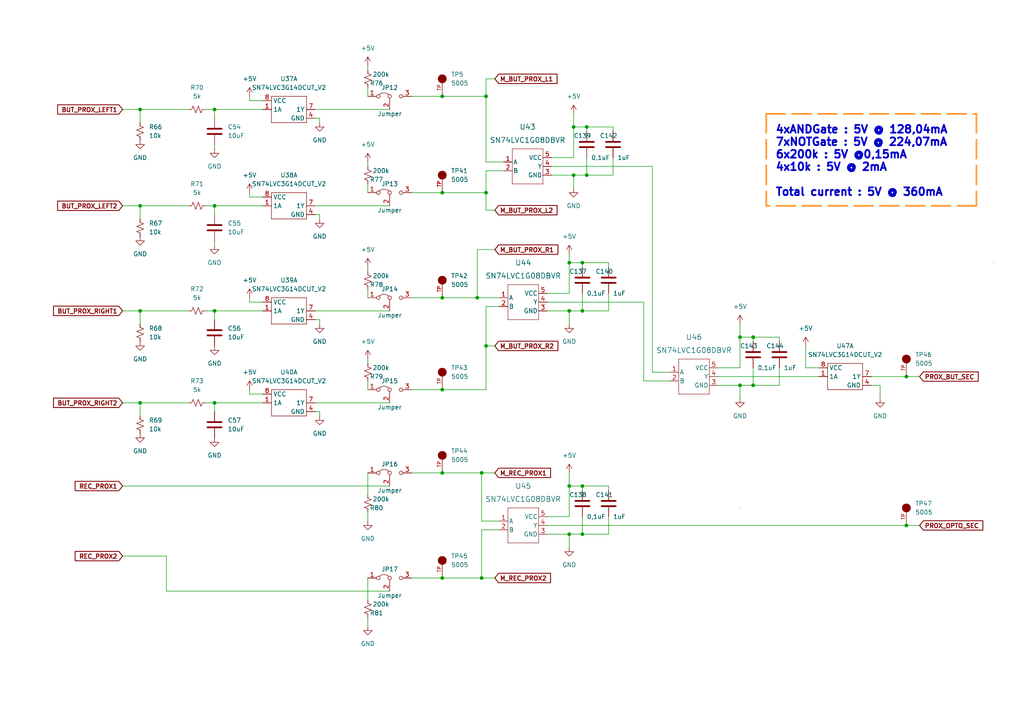
<source format=kicad_sch>
(kicad_sch (version 20211123) (generator eeschema)
  (paper "A4")
  (lib_symbols
    (symbol "Device:C" (pin_numbers hide) (pin_names (offset 0.254))
      (property "Reference" "C" (at 0.635 2.54 0))
      (property "Value" "C" (at 0.635 -2.54 0))
      (symbol "C_0_1"
        (polyline (pts (xy -2.032 -0.762) (xy 2.032 -0.762)) (stroke (width 0.508)))
        (polyline (pts (xy -2.032 0.762) (xy 2.032 0.762)) (stroke (width 0.508)))
      )
      (symbol "C_1_1"
        (pin passive line (at 0 3.81 270) (length 2.794) (name "~") (number "1"))
        (pin passive line (at 0 -3.81 90) (length 2.794) (name "~") (number "2"))
      )
    )
    (symbol "Device:R_Small_US" (pin_numbers hide) (pin_names (offset 0.254) hide)
      (property "Reference" "R" (at 0.762 0.508 0))
      (property "Value" "R_Small_US" (at 0.762 -1.016 0))
      (symbol "R_Small_US_1_1"
        (polyline (pts (xy 0 0) (xy 1.016 -0.381) (xy 0 -0.762) (xy -1.016 -1.143) (xy 0 -1.524)))
        (polyline (pts (xy 0 1.524) (xy 1.016 1.143) (xy 0 0.762) (xy -1.016 0.381) (xy 0 0)))
        (pin passive line (at 0 2.54 270) (length 1.016) (name "~") (number "1"))
        (pin passive line (at 0 -2.54 90) (length 1.016) (name "~") (number "2"))
      )
    )
    (symbol "Jumper:Jumper_3_Bridged12" (pin_names (offset 0) hide)
      (property "Reference" "JP" (at -2.54 -2.54 0))
      (property "Value" "Jumper_3_Bridged12" (at 0 2.794 0))
      (symbol "Jumper_3_Bridged12_0_0"
        (circle (center -3.302 0) (radius 0.508))
        (circle (center 0 0) (radius 0.508))
        (circle (center 3.302 0) (radius 0.508))
      )
      (symbol "Jumper_3_Bridged12_0_1"
        (arc (start -0.254 0.508) (mid -1.651 0.9912) (end -3.048 0.508))
        (polyline (pts (xy 0 -1.27) (xy 0 -0.508)))
      )
      (symbol "Jumper_3_Bridged12_1_1"
        (pin passive line (at -6.35 0 0) (length 2.54) (name "A") (number "1"))
        (pin passive line (at 0 -3.81 90) (length 2.54) (name "C") (number "2"))
        (pin passive line (at 6.35 0 180) (length 2.54) (name "B") (number "3"))
      )
    )
    (symbol "SymLib:5005" (pin_names (offset 1.016))
      (property "Reference" "TP" (at -2.54 2.54 0))
      (property "Value" "5005" (at -2.54 -3.81 0))
      (symbol "5005_0_0"
        (circle (center 0 0) (radius 0.635) (stroke (width 1.27)))
        (pin passive line (at -5.08 0 0) (length 5.08) (name "~") (number "TP"))
      )
    )
    (symbol "SymLib:SN74LVC1G08DBVR" (pin_names (offset 0.254))
      (property "Reference" "U" (at 25.4 10.16 0))
      (property "Value" "SN74LVC1G08DBVR" (at 25.4 7.62 0))
      (symbol "SN74LVC1G08DBVR_0_1"
        (polyline (pts (xy 20.32 -7.62) (xy 29.21 -7.62)) (stroke (width 0.127)))
        (polyline (pts (xy 20.32 2.54) (xy 20.32 -7.62)) (stroke (width 0.127)))
        (polyline (pts (xy 29.21 -7.62) (xy 29.21 2.54)) (stroke (width 0.127)))
        (polyline (pts (xy 29.21 2.54) (xy 20.32 2.54)) (stroke (width 0.127)))
        (pin input line (at 17.78 -1.27 0) (length 2.54) (name "A") (number "1"))
        (pin input line (at 17.78 -3.81 0) (length 2.54) (name "B") (number "2"))
        (pin power_in line (at 31.75 -5.08 180) (length 2.54) (name "GND") (number "3"))
        (pin output line (at 31.75 -2.54 180) (length 2.54) (name "Y") (number "4"))
        (pin power_in line (at 31.75 0 180) (length 2.54) (name "VCC") (number "5"))
      )
    )
    (symbol "SymLib:SN74LVC3G14DCUT_V2"
      (property "Reference" "U" (at -3.81 5.08 0))
      (property "Value" "SN74LVC3G14DCUT_V2" (at 0 -5.08 0))
      (symbol "SN74LVC3G14DCUT_V2_0_1"
        (rectangle (start -5.08 -3.81) (end 5.08 -3.81))
        (rectangle (start -5.08 3.81) (end -5.08 -3.81))
        (rectangle (start -5.08 3.81) (end 5.08 3.81))
        (rectangle (start 5.08 3.81) (end 5.08 -3.81))
      )
      (symbol "SN74LVC3G14DCUT_V2_1_1"
        (pin bidirectional line (at -7.62 0 0) (length 2.54) (name "1A") (number "1"))
        (pin bidirectional line (at 7.62 -2.54 180) (length 2.54) (name "GND") (number "4"))
        (pin output line (at 7.62 0 180) (length 2.54) (name "1Y") (number "7"))
        (pin bidirectional line (at -7.62 2.54 0) (length 2.54) (name "VCC") (number "8"))
      )
      (symbol "SN74LVC3G14DCUT_V2_2_1"
        (pin bidirectional line (at -7.62 0 0) (length 2.54) (name "2A") (number "3"))
        (pin output line (at 7.62 0 180) (length 2.54) (name "2Y") (number "5"))
      )
      (symbol "SN74LVC3G14DCUT_V2_3_1"
        (pin output line (at 7.62 0 180) (length 2.54) (name "3Y") (number "2"))
        (pin bidirectional line (at -7.62 0 0) (length 2.54) (name "3A") (number "6"))
      )
    )
    (symbol "power:+5V" (power) (pin_names (offset 0))
      (property "Value" "+5V" (at 0 3.556 0))
      (symbol "+5V_0_1"
        (polyline (pts (xy -0.762 1.27) (xy 0 2.54)))
        (polyline (pts (xy 0 0) (xy 0 2.54)))
        (polyline (pts (xy 0 2.54) (xy 0.762 1.27)))
      )
      (symbol "+5V_1_1"
        (pin power_in line (at 0 0 90) (length 0) hide (name "+5V") (number "1"))
      )
    )
    (symbol "power:GND" (power) (pin_names (offset 0))
      (property "Value" "GND" (at 0 -3.81 0))
      (symbol "GND_0_1"
        (polyline (pts (xy 0 0) (xy 0 -1.27) (xy 1.27 -1.27) (xy 0 -2.54) (xy -1.27 -1.27) (xy 0 -1.27)))
      )
      (symbol "GND_1_1"
        (pin power_in line (at 0 0 270) (length 0) hide (name "GND") (number "1"))
      )
    )
  )
  (junction (at 168.91 76.2))
  (junction (at 218.44 97.79))
  (junction (at 218.44 111.76))
  (junction (at 128.27 55.88))
  (junction (at 170.18 36.83))
  (junction (at 40.64 31.75))
  (junction (at 168.91 140.97))
  (junction (at 128.27 137.16))
  (junction (at 139.7 167.64))
  (junction (at 62.23 31.75))
  (junction (at 138.43 86.36))
  (junction (at 166.37 36.83))
  (junction (at 165.1 90.17))
  (junction (at 40.64 116.84))
  (junction (at 62.23 59.69))
  (junction (at 140.97 100.33))
  (junction (at 62.23 116.84))
  (junction (at 128.27 27.94))
  (junction (at 40.64 59.69))
  (junction (at 168.91 90.17))
  (junction (at 128.27 86.36))
  (junction (at 40.64 90.17))
  (junction (at 128.27 167.64))
  (junction (at 214.63 97.79))
  (junction (at 166.37 50.8))
  (junction (at 262.89 152.4))
  (junction (at 165.1 140.97))
  (junction (at 262.89 109.22))
  (junction (at 170.18 50.8))
  (junction (at 128.27 113.03))
  (junction (at 140.97 55.88))
  (junction (at 165.1 76.2))
  (junction (at 139.7 137.16))
  (junction (at 165.1 154.94))
  (junction (at 168.91 154.94))
  (junction (at 140.97 27.94))
  (junction (at 214.63 111.76))
  (junction (at 62.23 90.17))
  (wire (pts (xy 35.56 31.75) (xy 40.64 31.75)))
  (wire (pts (xy 177.8 36.83) (xy 170.18 36.83)))
  (wire (pts (xy 140.97 55.88) (xy 128.27 55.88)))
  (wire (pts (xy 170.18 45.72) (xy 170.18 50.8)))
  (polyline (pts (xy 288.29 76.2) (xy 288.29 76.2)))
  (wire (pts (xy 128.27 137.16) (xy 119.38 137.16)))
  (wire (pts (xy 62.23 59.69) (xy 76.2 59.69)))
  (wire (pts (xy 168.91 142.24) (xy 168.91 140.97)))
  (wire (pts (xy 139.7 153.67) (xy 139.7 167.64)))
  (wire (pts (xy 139.7 137.16) (xy 143.51 137.16)))
  (wire (pts (xy 252.73 109.22) (xy 262.89 109.22)))
  (wire (pts (xy 218.44 111.76) (xy 226.06 111.76)))
  (wire (pts (xy 160.02 48.26) (xy 189.23 48.26)))
  (wire (pts (xy 143.51 72.39) (xy 138.43 72.39)))
  (wire (pts (xy 158.75 152.4) (xy 262.89 152.4)))
  (wire (pts (xy 106.68 20.32) (xy 106.68 19.05)))
  (wire (pts (xy 91.44 62.23) (xy 92.71 62.23)))
  (wire (pts (xy 226.06 106.68) (xy 226.06 111.76)))
  (wire (pts (xy 208.28 106.68) (xy 214.63 106.68)))
  (wire (pts (xy 62.23 116.84) (xy 62.23 119.38)))
  (wire (pts (xy 119.38 113.03) (xy 128.27 113.03)))
  (wire (pts (xy 106.68 110.49) (xy 106.68 113.03)))
  (wire (pts (xy 170.18 50.8) (xy 166.37 50.8)))
  (wire (pts (xy 62.23 31.75) (xy 59.69 31.75)))
  (wire (pts (xy 176.53 77.47) (xy 176.53 76.2)))
  (polyline (pts (xy 214.63 147.32) (xy 214.63 147.32)))
  (wire (pts (xy 168.91 154.94) (xy 165.1 154.94)))
  (wire (pts (xy 48.26 171.45) (xy 113.03 171.45)))
  (wire (pts (xy 128.27 27.94) (xy 119.38 27.94)))
  (wire (pts (xy 140.97 22.86) (xy 140.97 27.94)))
  (wire (pts (xy 144.78 88.9) (xy 140.97 88.9)))
  (wire (pts (xy 91.44 92.71) (xy 92.71 92.71)))
  (wire (pts (xy 140.97 46.99) (xy 146.05 46.99)))
  (wire (pts (xy 40.64 90.17) (xy 40.64 93.98)))
  (wire (pts (xy 189.23 107.95) (xy 194.31 107.95)))
  (wire (pts (xy 59.69 90.17) (xy 62.23 90.17)))
  (wire (pts (xy 62.23 69.85) (xy 62.23 71.12)))
  (wire (pts (xy 208.28 111.76) (xy 214.63 111.76)))
  (wire (pts (xy 72.39 29.21) (xy 72.39 27.94)))
  (wire (pts (xy 62.23 116.84) (xy 76.2 116.84)))
  (wire (pts (xy 165.1 137.16) (xy 165.1 140.97)))
  (wire (pts (xy 140.97 88.9) (xy 140.97 100.33)))
  (polyline (pts (xy 283.21 59.69) (xy 222.25 59.69)) (stroke (width 0.5) (type dash) (color 255 148 44 1)))
  (wire (pts (xy 92.71 120.65) (xy 92.71 119.38)))
  (wire (pts (xy 166.37 36.83) (xy 166.37 45.72)))
  (wire (pts (xy 106.68 148.59) (xy 106.68 151.13)))
  (wire (pts (xy 176.53 149.86) (xy 176.53 154.94)))
  (wire (pts (xy 226.06 99.06) (xy 226.06 97.79)))
  (wire (pts (xy 92.71 35.56) (xy 92.71 34.29)))
  (polyline (pts (xy 222.25 33.02) (xy 283.21 33.02)) (stroke (width 0.5) (type dash) (color 255 148 44 1)))
  (wire (pts (xy 35.56 161.29) (xy 48.26 161.29)))
  (wire (pts (xy 160.02 50.8) (xy 166.37 50.8)))
  (wire (pts (xy 128.27 86.36) (xy 138.43 86.36)))
  (wire (pts (xy 139.7 137.16) (xy 128.27 137.16)))
  (wire (pts (xy 170.18 38.1) (xy 170.18 36.83)))
  (wire (pts (xy 177.8 38.1) (xy 177.8 36.83)))
  (wire (pts (xy 59.69 59.69) (xy 62.23 59.69)))
  (wire (pts (xy 144.78 153.67) (xy 139.7 153.67)))
  (wire (pts (xy 262.89 109.22) (xy 266.7 109.22)))
  (wire (pts (xy 226.06 97.79) (xy 218.44 97.79)))
  (wire (pts (xy 40.64 116.84) (xy 54.61 116.84)))
  (wire (pts (xy 106.68 83.82) (xy 106.68 86.36)))
  (wire (pts (xy 91.44 31.75) (xy 113.03 31.75)))
  (wire (pts (xy 168.91 149.86) (xy 168.91 154.94)))
  (wire (pts (xy 91.44 59.69) (xy 113.03 59.69)))
  (wire (pts (xy 165.1 90.17) (xy 165.1 93.98)))
  (wire (pts (xy 62.23 90.17) (xy 76.2 90.17)))
  (wire (pts (xy 106.68 53.34) (xy 106.68 55.88)))
  (wire (pts (xy 170.18 50.8) (xy 177.8 50.8)))
  (wire (pts (xy 62.23 41.91) (xy 62.23 43.18)))
  (wire (pts (xy 106.68 179.07) (xy 106.68 181.61)))
  (wire (pts (xy 176.53 140.97) (xy 168.91 140.97)))
  (wire (pts (xy 40.64 59.69) (xy 54.61 59.69)))
  (wire (pts (xy 218.44 111.76) (xy 214.63 111.76)))
  (wire (pts (xy 91.44 90.17) (xy 113.03 90.17)))
  (wire (pts (xy 59.69 116.84) (xy 62.23 116.84)))
  (wire (pts (xy 91.44 34.29) (xy 92.71 34.29)))
  (wire (pts (xy 106.68 25.4) (xy 106.68 27.94)))
  (wire (pts (xy 140.97 49.53) (xy 140.97 55.88)))
  (wire (pts (xy 72.39 114.3) (xy 72.39 113.03)))
  (wire (pts (xy 165.1 73.66) (xy 165.1 76.2)))
  (wire (pts (xy 92.71 63.5) (xy 92.71 62.23)))
  (wire (pts (xy 158.75 154.94) (xy 165.1 154.94)))
  (wire (pts (xy 139.7 137.16) (xy 139.7 151.13)))
  (wire (pts (xy 62.23 31.75) (xy 76.2 31.75)))
  (wire (pts (xy 143.51 22.86) (xy 140.97 22.86)))
  (wire (pts (xy 186.69 87.63) (xy 186.69 110.49)))
  (wire (pts (xy 106.68 137.16) (xy 106.68 143.51)))
  (wire (pts (xy 40.64 31.75) (xy 54.61 31.75)))
  (polyline (pts (xy 222.25 33.02) (xy 222.25 59.69)) (stroke (width 0.5) (type dash) (color 255 148 44 1)))
  (wire (pts (xy 165.1 140.97) (xy 168.91 140.97)))
  (wire (pts (xy 62.23 90.17) (xy 62.23 92.71)))
  (wire (pts (xy 76.2 57.15) (xy 72.39 57.15)))
  (wire (pts (xy 177.8 45.72) (xy 177.8 50.8)))
  (wire (pts (xy 218.44 106.68) (xy 218.44 111.76)))
  (wire (pts (xy 35.56 116.84) (xy 40.64 116.84)))
  (wire (pts (xy 128.27 55.88) (xy 119.38 55.88)))
  (wire (pts (xy 35.56 90.17) (xy 40.64 90.17)))
  (wire (pts (xy 189.23 48.26) (xy 189.23 107.95)))
  (wire (pts (xy 186.69 110.49) (xy 194.31 110.49)))
  (wire (pts (xy 140.97 100.33) (xy 140.97 113.03)))
  (wire (pts (xy 106.68 167.64) (xy 106.68 173.99)))
  (wire (pts (xy 143.51 60.96) (xy 140.97 60.96)))
  (wire (pts (xy 214.63 97.79) (xy 218.44 97.79)))
  (wire (pts (xy 168.91 85.09) (xy 168.91 90.17)))
  (wire (pts (xy 91.44 116.84) (xy 113.03 116.84)))
  (wire (pts (xy 233.68 100.33) (xy 233.68 106.68)))
  (wire (pts (xy 106.68 105.41) (xy 106.68 104.14)))
  (wire (pts (xy 140.97 100.33) (xy 143.51 100.33)))
  (wire (pts (xy 158.75 87.63) (xy 186.69 87.63)))
  (wire (pts (xy 214.63 111.76) (xy 214.63 115.57)))
  (wire (pts (xy 62.23 31.75) (xy 62.23 34.29)))
  (wire (pts (xy 166.37 50.8) (xy 166.37 54.61)))
  (wire (pts (xy 165.1 154.94) (xy 165.1 158.75)))
  (wire (pts (xy 138.43 72.39) (xy 138.43 86.36)))
  (wire (pts (xy 76.2 29.21) (xy 72.39 29.21)))
  (wire (pts (xy 168.91 90.17) (xy 176.53 90.17)))
  (wire (pts (xy 237.49 106.68) (xy 233.68 106.68)))
  (wire (pts (xy 139.7 151.13) (xy 144.78 151.13)))
  (wire (pts (xy 214.63 93.98) (xy 214.63 97.79)))
  (wire (pts (xy 76.2 114.3) (xy 72.39 114.3)))
  (wire (pts (xy 252.73 111.76) (xy 255.27 111.76)))
  (wire (pts (xy 165.1 76.2) (xy 168.91 76.2)))
  (wire (pts (xy 262.89 152.4) (xy 266.7 152.4)))
  (wire (pts (xy 140.97 27.94) (xy 140.97 46.99)))
  (wire (pts (xy 166.37 36.83) (xy 170.18 36.83)))
  (wire (pts (xy 106.68 48.26) (xy 106.68 46.99)))
  (wire (pts (xy 128.27 113.03) (xy 140.97 113.03)))
  (wire (pts (xy 138.43 86.36) (xy 144.78 86.36)))
  (wire (pts (xy 40.64 116.84) (xy 40.64 120.65)))
  (wire (pts (xy 140.97 27.94) (xy 128.27 27.94)))
  (wire (pts (xy 40.64 31.75) (xy 40.64 35.56)))
  (wire (pts (xy 139.7 167.64) (xy 143.51 167.64)))
  (wire (pts (xy 106.68 78.74) (xy 106.68 77.47)))
  (wire (pts (xy 165.1 76.2) (xy 165.1 85.09)))
  (wire (pts (xy 140.97 60.96) (xy 140.97 55.88)))
  (wire (pts (xy 76.2 87.63) (xy 72.39 87.63)))
  (wire (pts (xy 218.44 99.06) (xy 218.44 97.79)))
  (wire (pts (xy 160.02 45.72) (xy 166.37 45.72)))
  (wire (pts (xy 92.71 93.98) (xy 92.71 92.71)))
  (wire (pts (xy 48.26 161.29) (xy 48.26 171.45)))
  (wire (pts (xy 208.28 109.22) (xy 237.49 109.22)))
  (wire (pts (xy 91.44 119.38) (xy 92.71 119.38)))
  (wire (pts (xy 176.53 142.24) (xy 176.53 140.97)))
  (wire (pts (xy 119.38 86.36) (xy 128.27 86.36)))
  (wire (pts (xy 128.27 167.64) (xy 119.38 167.64)))
  (wire (pts (xy 146.05 49.53) (xy 140.97 49.53)))
  (wire (pts (xy 35.56 140.97) (xy 113.03 140.97)))
  (wire (pts (xy 168.91 77.47) (xy 168.91 76.2)))
  (wire (pts (xy 165.1 140.97) (xy 165.1 149.86)))
  (wire (pts (xy 168.91 90.17) (xy 165.1 90.17)))
  (wire (pts (xy 158.75 85.09) (xy 165.1 85.09)))
  (wire (pts (xy 176.53 85.09) (xy 176.53 90.17)))
  (wire (pts (xy 35.56 59.69) (xy 40.64 59.69)))
  (wire (pts (xy 72.39 57.15) (xy 72.39 55.88)))
  (wire (pts (xy 158.75 90.17) (xy 165.1 90.17)))
  (wire (pts (xy 139.7 167.64) (xy 128.27 167.64)))
  (polyline (pts (xy 283.21 33.02) (xy 283.21 59.69)) (stroke (width 0.5) (type dash) (color 255 148 44 1)))
  (wire (pts (xy 255.27 111.76) (xy 255.27 115.57)))
  (wire (pts (xy 168.91 154.94) (xy 176.53 154.94)))
  (wire (pts (xy 72.39 87.63) (xy 72.39 86.36)))
  (wire (pts (xy 62.23 59.69) (xy 62.23 62.23)))
  (wire (pts (xy 214.63 97.79) (xy 214.63 106.68)))
  (wire (pts (xy 40.64 90.17) (xy 54.61 90.17)))
  (wire (pts (xy 166.37 33.02) (xy 166.37 36.83)))
  (wire (pts (xy 176.53 76.2) (xy 168.91 76.2)))
  (wire (pts (xy 40.64 59.69) (xy 40.64 63.5)))
  (wire (pts (xy 158.75 149.86) (xy 165.1 149.86)))
  (text "4xANDGate : 5V @ 128,04mA\n7xNOTGate : 5V @ 224,07mA\n6x200k : 5V @0,15mA\n4x10k : 5V @ 2mA\n\nTotal current : 5V @ 360mA" (at 224.79 57.15 0) (effects (font (size 2.25 2.25) (thickness 0.5) bold) (justify left bottom)))
  (global_label "BUT_PROX_RIGHT1" (shape input) (at 35.56 90.17 180) (effects (font (thickness 0.254) bold)) (property "Intersheet References" "${INTERSHEET_REFS}" (effects hide)))
  (global_label "M_BUT_PROX_R1" (shape input) (at 143.51 72.39 0) (effects (font (thickness 0.254) bold)) (property "Intersheet References" "${INTERSHEET_REFS}" (effects hide)))
  (global_label "PROX_OPTO_SEC" (shape input) (at 266.7 152.4 0) (effects (font (thickness 0.254) bold)) (property "Intersheet References" "${INTERSHEET_REFS}" (effects hide)))
  (global_label "M_REC_PROX2" (shape input) (at 143.51 167.64 0) (effects (font (thickness 0.254) bold)) (property "Intersheet References" "${INTERSHEET_REFS}" (effects hide)))
  (global_label "REC_PROX2" (shape input) (at 35.56 161.29 180) (effects (font (thickness 0.254) bold)) (property "Intersheet References" "${INTERSHEET_REFS}" (effects hide)))
  (global_label "M_BUT_PROX_L1" (shape input) (at 143.51 22.86 0) (effects (font (thickness 0.254) bold)) (property "Intersheet References" "${INTERSHEET_REFS}" (effects hide)))
  (global_label "BUT_PROX_RIGHT2" (shape input) (at 35.56 116.84 180) (effects (font (thickness 0.254) bold)) (property "Intersheet References" "${INTERSHEET_REFS}" (effects hide)))
  (global_label "BUT_PROX_LEFT2" (shape input) (at 35.56 59.69 180) (effects (font (thickness 0.254) bold)) (property "Intersheet References" "${INTERSHEET_REFS}" (effects hide)))
  (global_label "BUT_PROX_LEFT1" (shape input) (at 35.56 31.75 180) (effects (font (thickness 0.254) bold)) (property "Intersheet References" "${INTERSHEET_REFS}" (effects hide)))
  (global_label "M_BUT_PROX_L2" (shape input) (at 143.51 60.96 0) (effects (font (thickness 0.254) bold)) (property "Intersheet References" "${INTERSHEET_REFS}" (effects hide)))
  (global_label "PROX_BUT_SEC" (shape input) (at 266.7 109.22 0) (effects (font (thickness 0.254) bold)) (property "Intersheet References" "${INTERSHEET_REFS}" (effects hide)))
  (global_label "M_BUT_PROX_R2" (shape input) (at 143.51 100.33 0) (effects (font (thickness 0.254) bold)) (property "Intersheet References" "${INTERSHEET_REFS}" (effects hide)))
  (global_label "REC_PROX1" (shape input) (at 35.56 140.97 180) (effects (font (thickness 0.254) bold)) (property "Intersheet References" "${INTERSHEET_REFS}" (effects hide)))
  (global_label "M_REC_PROX1" (shape input) (at 143.51 137.16 0) (effects (font (thickness 0.254) bold)) (property "Intersheet References" "${INTERSHEET_REFS}" (effects hide)))
  (symbol (lib_id "SymLib:5005") (at 128.27 22.86 90) (unit 1)
    (property "Reference" "TP5" (at 130.81 21.5899 90) (effects (justify right)))
    (property "Value" "5005" (at 130.81 24.1299 90) (effects (justify right)))
    (property "Footprint" "FootPrint:KEYSTONE_5005" (effects hide))
    (property "MF" "Keystone Electronics" (effects hide))
    (property "DESCRIPTION" "Compact THM Test Point -Red" (effects hide))
    (property "PACKAGE" "NON STANDARD-1 Keystone" (effects hide))
    (property "PRICE" "None" (effects hide))
    (property "MP" "5005" (effects hide))
    (property "AVAILABILITY" "In Stock" (effects hide))
    (property "PURCHASE-URL" "https://pricing.snapeda.com/search/part/5005/?ref=eda" (effects hide))
  )
  (symbol (lib_id "power:+5V") (at 214.63 93.98 0) (unit 1)
    (property "Reference" "#PWR0283" (effects hide))
    (property "Value" "+5V" (at 214.63 88.9 0))
  )
  (symbol (lib_id "power:GND") (at 92.71 93.98 0) (unit 1)
    (property "Reference" "#PWR0266" (effects hide))
    (property "Value" "GND" (at 92.71 99.06 0))
  )
  (symbol (lib_id "Device:R_Small_US") (at 40.64 66.04 0) (unit 1)
    (property "Reference" "R67" (at 43.18 64.7699 0) (effects (justify left)))
    (property "Value" "10k" (at 43.18 67.3099 0) (effects (justify left)))
    (property "Footprint" "Resistor_SMD:R_0603_1608Metric" (effects hide))
  )
  (symbol (lib_id "Device:C") (at 226.06 102.87 0) (unit 1)
    (property "Reference" "C144" (at 222.25 100.33 0) (effects (justify left)))
    (property "Value" "1uF" (at 227.33 106.68 0) (effects (justify left)))
    (property "Footprint" "Capacitor_SMD:C_0603_1608Metric" (effects hide))
  )
  (symbol (lib_id "SymLib:SN74LVC3G14DCUT_V2") (at 83.82 116.84 0) (unit 1)
    (property "Reference" "U40" (at 83.82 107.95 0))
    (property "Value" "SN74LVC3G14DCUT_V2" (at 83.82 110.49 0))
    (property "Footprint" "FootPrint:SN74LVC3G14DCUT" (effects hide))
  )
  (symbol (lib_id "power:GND") (at 40.64 99.06 0) (unit 1)
    (property "Reference" "#PWR0250" (effects hide))
    (property "Value" "GND" (at 40.64 104.14 0))
  )
  (symbol (lib_id "power:GND") (at 106.68 181.61 0) (unit 1)
    (property "Reference" "#PWR0275" (effects hide))
    (property "Value" "GND" (at 106.68 186.69 0))
  )
  (symbol (lib_id "SymLib:5005") (at 128.27 162.56 90) (unit 1)
    (property "Reference" "TP45" (at 130.81 161.2899 90) (effects (justify right)))
    (property "Value" "5005" (at 130.81 163.8299 90) (effects (justify right)))
    (property "Footprint" "FootPrint:KEYSTONE_5005" (effects hide))
    (property "MF" "Keystone Electronics" (effects hide))
    (property "DESCRIPTION" "Compact THM Test Point -Red" (effects hide))
    (property "PACKAGE" "NON STANDARD-1 Keystone" (effects hide))
    (property "PRICE" "None" (effects hide))
    (property "MP" "5005" (effects hide))
    (property "AVAILABILITY" "In Stock" (effects hide))
    (property "PURCHASE-URL" "https://pricing.snapeda.com/search/part/5005/?ref=eda" (effects hide))
  )
  (symbol (lib_id "Device:C") (at 62.23 38.1 0) (unit 1)
    (property "Reference" "C54" (at 66.04 36.8299 0) (effects (justify left)))
    (property "Value" "10uF" (at 66.04 39.3699 0) (effects (justify left)))
    (property "Footprint" "Capacitor_SMD:C_0603_1608Metric" (effects hide))
  )
  (symbol (lib_id "power:GND") (at 92.71 63.5 0) (unit 1)
    (property "Reference" "#PWR0265" (effects hide))
    (property "Value" "GND" (at 92.71 68.58 0))
  )
  (symbol (lib_id "power:+5V") (at 233.68 100.33 0) (unit 1)
    (property "Reference" "#PWR0284" (effects hide))
    (property "Value" "+5V" (at 233.68 95.25 0))
  )
  (symbol (lib_id "power:GND") (at 92.71 120.65 0) (unit 1)
    (property "Reference" "#PWR0267" (effects hide))
    (property "Value" "GND" (at 92.71 125.73 0))
  )
  (symbol (lib_id "SymLib:SN74LVC3G14DCUT_V2") (at 83.82 31.75 0) (unit 1)
    (property "Reference" "U37" (at 83.82 22.86 0))
    (property "Value" "SN74LVC3G14DCUT_V2" (at 83.82 25.4 0))
    (property "Footprint" "FootPrint:SN74LVC3G14DCUT" (effects hide))
  )
  (symbol (lib_id "power:GND") (at 40.64 68.58 0) (unit 1)
    (property "Reference" "#PWR0249" (effects hide))
    (property "Value" "GND" (at 40.64 73.66 0))
  )
  (symbol (lib_id "Device:C") (at 62.23 123.19 0) (unit 1)
    (property "Reference" "C57" (at 66.04 121.9199 0) (effects (justify left)))
    (property "Value" "10uF" (at 66.04 124.4599 0) (effects (justify left)))
    (property "Footprint" "Capacitor_SMD:C_0603_1608Metric" (effects hide))
  )
  (symbol (lib_id "SymLib:5005") (at 128.27 50.8 90) (unit 1)
    (property "Reference" "TP41" (at 130.81 49.5299 90) (effects (justify right)))
    (property "Value" "5005" (at 130.81 52.0699 90) (effects (justify right)))
    (property "Footprint" "FootPrint:KEYSTONE_5005" (effects hide))
    (property "MF" "Keystone Electronics" (effects hide))
    (property "DESCRIPTION" "Compact THM Test Point -Red" (effects hide))
    (property "PACKAGE" "NON STANDARD-1 Keystone" (effects hide))
    (property "PRICE" "None" (effects hide))
    (property "MP" "5005" (effects hide))
    (property "AVAILABILITY" "In Stock" (effects hide))
    (property "PURCHASE-URL" "https://pricing.snapeda.com/search/part/5005/?ref=eda" (effects hide))
  )
  (symbol (lib_id "SymLib:SN74LVC3G14DCUT_V2") (at 245.11 109.22 0) (unit 1)
    (property "Reference" "U47" (at 245.11 100.33 0))
    (property "Value" "SN74LVC3G14DCUT_V2" (at 245.11 102.87 0))
    (property "Footprint" "FootPrint:SN74LVC3G14DCUT" (effects hide))
  )
  (symbol (lib_id "power:+5V") (at 106.68 19.05 0) (unit 1)
    (property "Reference" "#PWR0270" (effects hide))
    (property "Value" "+5V" (at 106.68 13.97 0))
  )
  (symbol (lib_id "power:+5V") (at 165.1 73.66 0) (unit 1)
    (property "Reference" "#PWR0279" (effects hide))
    (property "Value" "+5V" (at 165.1 68.58 0))
  )
  (symbol (lib_id "SymLib:SN74LVC1G08DBVR") (at 128.27 45.72 0) (unit 1)
    (property "Reference" "U43" (at 153.035 36.83 0) (effects (font (size 1.524 1.524))))
    (property "Value" "SN74LVC1G08DBVR" (at 153.035 40.64 0) (effects (font (size 1.524 1.524))))
    (property "Footprint" "FootPrint:SOT95P270X145-5N" (effects hide))
  )
  (symbol (lib_id "power:GND") (at 214.63 115.57 0) (unit 1)
    (property "Reference" "#PWR0282" (effects hide))
    (property "Value" "GND" (at 214.63 120.65 0))
  )
  (symbol (lib_id "Device:C") (at 218.44 102.87 0) (unit 1)
    (property "Reference" "C143" (at 214.63 100.33 0) (effects (justify left)))
    (property "Value" "0,1uF" (at 219.71 106.68 0) (effects (justify left)))
    (property "Footprint" "Capacitor_SMD:C_0603_1608Metric" (effects hide))
  )
  (symbol (lib_id "power:+5V") (at 166.37 33.02 0) (unit 1)
    (property "Reference" "#PWR0277" (effects hide))
    (property "Value" "+5V" (at 166.37 27.94 0))
  )
  (symbol (lib_id "Device:R_Small_US") (at 106.68 146.05 0) (unit 1)
    (property "Reference" "R80" (at 109.22 147.32 0))
    (property "Value" "200k" (at 110.49 144.78 0))
    (property "Footprint" "Resistor_SMD:R_0603_1608Metric" (effects hide))
  )
  (symbol (lib_id "Device:R_Small_US") (at 106.68 50.8 0) (unit 1)
    (property "Reference" "R77" (at 109.22 52.07 0))
    (property "Value" "200k" (at 110.49 49.53 0))
    (property "Footprint" "Resistor_SMD:R_0603_1608Metric" (effects hide))
  )
  (symbol (lib_id "SymLib:SN74LVC1G08DBVR") (at 127 149.86 0) (unit 1)
    (property "Reference" "U45" (at 151.765 140.97 0) (effects (font (size 1.524 1.524))))
    (property "Value" "SN74LVC1G08DBVR" (at 151.765 144.78 0) (effects (font (size 1.524 1.524))))
    (property "Footprint" "FootPrint:SOT95P270X145-5N" (effects hide))
  )
  (symbol (lib_id "Jumper:Jumper_3_Bridged12") (at 113.03 167.64 0) (unit 1)
    (property "Reference" "JP17" (at 113.03 165.1 0))
    (property "Value" "Jumper" (at 113.03 172.72 0))
    (property "Footprint" "Connector_PinHeader_2.54mm:PinHeader_1x03_P2.54mm_Vertical" (effects hide))
  )
  (symbol (lib_id "Device:R_Small_US") (at 57.15 116.84 90) (unit 1)
    (property "Reference" "R73" (at 57.15 110.49 90))
    (property "Value" "5k" (at 57.15 113.03 90))
    (property "Footprint" "Resistor_SMD:R_0603_1608Metric" (effects hide))
  )
  (symbol (lib_id "Jumper:Jumper_3_Bridged12") (at 113.03 86.36 0) (unit 1)
    (property "Reference" "JP14" (at 113.03 83.82 0))
    (property "Value" "Jumper" (at 113.03 91.44 0))
    (property "Footprint" "Connector_PinHeader_2.54mm:PinHeader_1x03_P2.54mm_Vertical" (effects hide))
  )
  (symbol (lib_id "power:GND") (at 40.64 125.73 0) (unit 1)
    (property "Reference" "#PWR0251" (effects hide))
    (property "Value" "GND" (at 40.64 130.81 0))
  )
  (symbol (lib_id "SymLib:SN74LVC3G14DCUT_V2") (at 83.82 59.69 0) (unit 1)
    (property "Reference" "U38" (at 83.82 50.8 0))
    (property "Value" "SN74LVC3G14DCUT_V2" (at 83.82 53.34 0))
    (property "Footprint" "FootPrint:SN74LVC3G14DCUT" (effects hide))
  )
  (symbol (lib_id "power:GND") (at 62.23 71.12 0) (unit 1)
    (property "Reference" "#PWR0253" (effects hide))
    (property "Value" "GND" (at 62.23 76.2 0))
  )
  (symbol (lib_id "power:+5V") (at 72.39 27.94 0) (unit 1)
    (property "Reference" "#PWR0256" (effects hide))
    (property "Value" "+5V" (at 72.39 22.86 0))
  )
  (symbol (lib_id "SymLib:SN74LVC3G14DCUT_V2") (at 83.82 90.17 0) (unit 1)
    (property "Reference" "U39" (at 83.82 81.28 0))
    (property "Value" "SN74LVC3G14DCUT_V2" (at 83.82 83.82 0))
    (property "Footprint" "FootPrint:SN74LVC3G14DCUT" (effects hide))
  )
  (symbol (lib_id "Jumper:Jumper_3_Bridged12") (at 113.03 113.03 0) (unit 1)
    (property "Reference" "JP15" (at 113.03 110.49 0))
    (property "Value" "Jumper" (at 113.03 118.11 0))
    (property "Footprint" "Connector_PinHeader_2.54mm:PinHeader_1x03_P2.54mm_Vertical" (effects hide))
  )
  (symbol (lib_id "power:GND") (at 40.64 40.64 0) (unit 1)
    (property "Reference" "#PWR0248" (effects hide))
    (property "Value" "GND" (at 40.64 45.72 0))
  )
  (symbol (lib_id "Jumper:Jumper_3_Bridged12") (at 113.03 27.94 0) (unit 1)
    (property "Reference" "JP12" (at 113.03 25.4 0))
    (property "Value" "Jumper" (at 113.03 33.02 0))
    (property "Footprint" "Connector_PinHeader_2.54mm:PinHeader_1x03_P2.54mm_Vertical" (effects hide))
  )
  (symbol (lib_id "Device:C") (at 62.23 96.52 0) (unit 1)
    (property "Reference" "C56" (at 66.04 95.2499 0) (effects (justify left)))
    (property "Value" "10uF" (at 66.04 97.7899 0) (effects (justify left)))
    (property "Footprint" "Capacitor_SMD:C_0603_1608Metric" (effects hide))
  )
  (symbol (lib_id "power:GND") (at 165.1 158.75 0) (unit 1)
    (property "Reference" "#PWR0280" (effects hide))
    (property "Value" "GND" (at 165.1 163.83 0))
  )
  (symbol (lib_id "Device:C") (at 168.91 146.05 0) (unit 1)
    (property "Reference" "C138" (at 165.1 143.51 0) (effects (justify left)))
    (property "Value" "0,1uF" (at 170.18 149.86 0) (effects (justify left)))
    (property "Footprint" "Capacitor_SMD:C_0603_1608Metric" (effects hide))
  )
  (symbol (lib_id "Device:R_Small_US") (at 106.68 81.28 0) (unit 1)
    (property "Reference" "R78" (at 109.22 82.55 0))
    (property "Value" "200k" (at 110.49 80.01 0))
    (property "Footprint" "Resistor_SMD:R_0603_1608Metric" (effects hide))
  )
  (symbol (lib_id "power:GND") (at 106.68 151.13 0) (unit 1)
    (property "Reference" "#PWR0274" (effects hide))
    (property "Value" "GND" (at 106.68 156.21 0))
  )
  (symbol (lib_id "power:+5V") (at 72.39 55.88 0) (unit 1)
    (property "Reference" "#PWR0257" (effects hide))
    (property "Value" "+5V" (at 72.39 50.8 0))
  )
  (symbol (lib_id "power:+5V") (at 72.39 113.03 0) (unit 1)
    (property "Reference" "#PWR0259" (effects hide))
    (property "Value" "+5V" (at 72.39 107.95 0))
  )
  (symbol (lib_id "SymLib:5005") (at 128.27 81.28 90) (unit 1)
    (property "Reference" "TP42" (at 130.81 80.0099 90) (effects (justify right)))
    (property "Value" "5005" (at 130.81 82.5499 90) (effects (justify right)))
    (property "Footprint" "FootPrint:KEYSTONE_5005" (effects hide))
    (property "MF" "Keystone Electronics" (effects hide))
    (property "DESCRIPTION" "Compact THM Test Point -Red" (effects hide))
    (property "PACKAGE" "NON STANDARD-1 Keystone" (effects hide))
    (property "PRICE" "None" (effects hide))
    (property "MP" "5005" (effects hide))
    (property "AVAILABILITY" "In Stock" (effects hide))
    (property "PURCHASE-URL" "https://pricing.snapeda.com/search/part/5005/?ref=eda" (effects hide))
  )
  (symbol (lib_id "SymLib:5005") (at 262.89 104.14 90) (unit 1)
    (property "Reference" "TP46" (at 265.43 102.8699 90) (effects (justify right)))
    (property "Value" "5005" (at 265.43 105.4099 90) (effects (justify right)))
    (property "Footprint" "FootPrint:KEYSTONE_5005" (effects hide))
    (property "MF" "Keystone Electronics" (effects hide))
    (property "DESCRIPTION" "Compact THM Test Point -Red" (effects hide))
    (property "PACKAGE" "NON STANDARD-1 Keystone" (effects hide))
    (property "PRICE" "None" (effects hide))
    (property "MP" "5005" (effects hide))
    (property "AVAILABILITY" "In Stock" (effects hide))
    (property "PURCHASE-URL" "https://pricing.snapeda.com/search/part/5005/?ref=eda" (effects hide))
  )
  (symbol (lib_id "power:+5V") (at 106.68 104.14 0) (unit 1)
    (property "Reference" "#PWR0273" (effects hide))
    (property "Value" "+5V" (at 106.68 99.06 0))
  )
  (symbol (lib_id "Device:R_Small_US") (at 40.64 96.52 0) (unit 1)
    (property "Reference" "R68" (at 43.18 95.2499 0) (effects (justify left)))
    (property "Value" "10k" (at 43.18 97.7899 0) (effects (justify left)))
    (property "Footprint" "Resistor_SMD:R_0603_1608Metric" (effects hide))
  )
  (symbol (lib_id "power:GND") (at 255.27 115.57 0) (unit 1)
    (property "Reference" "#PWR0285" (effects hide))
    (property "Value" "GND" (at 255.27 120.65 0))
  )
  (symbol (lib_id "SymLib:5005") (at 262.89 147.32 90) (unit 1)
    (property "Reference" "TP47" (at 265.43 146.0499 90) (effects (justify right)))
    (property "Value" "5005" (at 265.43 148.5899 90) (effects (justify right)))
    (property "Footprint" "FootPrint:KEYSTONE_5005" (effects hide))
    (property "MF" "Keystone Electronics" (effects hide))
    (property "DESCRIPTION" "Compact THM Test Point -Red" (effects hide))
    (property "PACKAGE" "NON STANDARD-1 Keystone" (effects hide))
    (property "PRICE" "None" (effects hide))
    (property "MP" "5005" (effects hide))
    (property "AVAILABILITY" "In Stock" (effects hide))
    (property "PURCHASE-URL" "https://pricing.snapeda.com/search/part/5005/?ref=eda" (effects hide))
  )
  (symbol (lib_id "Device:R_Small_US") (at 106.68 107.95 0) (unit 1)
    (property "Reference" "R79" (at 109.22 109.22 0))
    (property "Value" "200k" (at 110.49 106.68 0))
    (property "Footprint" "Resistor_SMD:R_0603_1608Metric" (effects hide))
  )
  (symbol (lib_id "Device:C") (at 176.53 81.28 0) (unit 1)
    (property "Reference" "C140" (at 172.72 78.74 0) (effects (justify left)))
    (property "Value" "1uF" (at 177.8 85.09 0) (effects (justify left)))
    (property "Footprint" "Capacitor_SMD:C_0603_1608Metric" (effects hide))
  )
  (symbol (lib_id "Device:R_Small_US") (at 57.15 90.17 90) (unit 1)
    (property "Reference" "R72" (at 57.15 83.82 90))
    (property "Value" "5k" (at 57.15 86.36 90))
    (property "Footprint" "Resistor_SMD:R_0603_1608Metric" (effects hide))
  )
  (symbol (lib_id "power:+5V") (at 106.68 77.47 0) (unit 1)
    (property "Reference" "#PWR0272" (effects hide))
    (property "Value" "+5V" (at 106.68 72.39 0))
  )
  (symbol (lib_id "Device:R_Small_US") (at 106.68 176.53 0) (unit 1)
    (property "Reference" "R81" (at 109.22 177.8 0))
    (property "Value" "200k" (at 110.49 175.26 0))
    (property "Footprint" "Resistor_SMD:R_0603_1608Metric" (effects hide))
  )
  (symbol (lib_id "power:GND") (at 166.37 54.61 0) (unit 1)
    (property "Reference" "#PWR0276" (effects hide))
    (property "Value" "GND" (at 166.37 59.69 0))
  )
  (symbol (lib_id "Device:R_Small_US") (at 57.15 31.75 90) (unit 1)
    (property "Reference" "R70" (at 57.15 25.4 90))
    (property "Value" "5k" (at 57.15 27.94 90))
    (property "Footprint" "Resistor_SMD:R_0603_1608Metric" (effects hide))
  )
  (symbol (lib_id "Device:C") (at 170.18 41.91 0) (unit 1)
    (property "Reference" "C139" (at 166.37 39.37 0) (effects (justify left)))
    (property "Value" "0,1uF" (at 171.45 45.72 0) (effects (justify left)))
    (property "Footprint" "Capacitor_SMD:C_0603_1608Metric" (effects hide))
  )
  (symbol (lib_id "Device:R_Small_US") (at 40.64 38.1 0) (unit 1)
    (property "Reference" "R66" (at 43.18 36.8299 0) (effects (justify left)))
    (property "Value" "10k" (at 43.18 39.3699 0) (effects (justify left)))
    (property "Footprint" "Resistor_SMD:R_0603_1608Metric" (effects hide))
  )
  (symbol (lib_id "Device:R_Small_US") (at 40.64 123.19 0) (unit 1)
    (property "Reference" "R69" (at 43.18 121.9199 0) (effects (justify left)))
    (property "Value" "10k" (at 43.18 124.4599 0) (effects (justify left)))
    (property "Footprint" "Resistor_SMD:R_0603_1608Metric" (effects hide))
  )
  (symbol (lib_id "power:+5V") (at 165.1 137.16 0) (unit 1)
    (property "Reference" "#PWR0281" (effects hide))
    (property "Value" "+5V" (at 165.1 132.08 0))
  )
  (symbol (lib_id "Jumper:Jumper_3_Bridged12") (at 113.03 137.16 0) (unit 1)
    (property "Reference" "JP16" (at 113.03 134.62 0))
    (property "Value" "Jumper" (at 113.03 142.24 0))
    (property "Footprint" "Connector_PinHeader_2.54mm:PinHeader_1x03_P2.54mm_Vertical" (effects hide))
  )
  (symbol (lib_id "power:GND") (at 165.1 93.98 0) (unit 1)
    (property "Reference" "#PWR0278" (effects hide))
    (property "Value" "GND" (at 165.1 99.06 0))
  )
  (symbol (lib_id "Device:C") (at 62.23 66.04 0) (unit 1)
    (property "Reference" "C55" (at 66.04 64.7699 0) (effects (justify left)))
    (property "Value" "10uF" (at 66.04 67.3099 0) (effects (justify left)))
    (property "Footprint" "Capacitor_SMD:C_0603_1608Metric" (effects hide))
  )
  (symbol (lib_id "SymLib:5005") (at 128.27 132.08 90) (unit 1)
    (property "Reference" "TP44" (at 130.81 130.8099 90) (effects (justify right)))
    (property "Value" "5005" (at 130.81 133.3499 90) (effects (justify right)))
    (property "Footprint" "FootPrint:KEYSTONE_5005" (effects hide))
    (property "MF" "Keystone Electronics" (effects hide))
    (property "DESCRIPTION" "Compact THM Test Point -Red" (effects hide))
    (property "PACKAGE" "NON STANDARD-1 Keystone" (effects hide))
    (property "PRICE" "None" (effects hide))
    (property "MP" "5005" (effects hide))
    (property "AVAILABILITY" "In Stock" (effects hide))
    (property "PURCHASE-URL" "https://pricing.snapeda.com/search/part/5005/?ref=eda" (effects hide))
  )
  (symbol (lib_id "SymLib:SN74LVC1G08DBVR") (at 176.53 106.68 0) (unit 1)
    (property "Reference" "U46" (at 201.295 97.79 0) (effects (font (size 1.524 1.524))))
    (property "Value" "SN74LVC1G08DBVR" (at 201.295 101.6 0) (effects (font (size 1.524 1.524))))
    (property "Footprint" "FootPrint:SOT95P270X145-5N" (effects hide))
  )
  (symbol (lib_id "Device:R_Small_US") (at 106.68 22.86 0) (unit 1)
    (property "Reference" "R76" (at 109.22 24.13 0))
    (property "Value" "200k" (at 110.49 21.59 0))
    (property "Footprint" "Resistor_SMD:R_0603_1608Metric" (effects hide))
  )
  (symbol (lib_id "Jumper:Jumper_3_Bridged12") (at 113.03 55.88 0) (unit 1)
    (property "Reference" "JP13" (at 113.03 53.34 0))
    (property "Value" "Jumper" (at 113.03 60.96 0))
    (property "Footprint" "Connector_PinHeader_2.54mm:PinHeader_1x03_P2.54mm_Vertical" (effects hide))
  )
  (symbol (lib_id "power:GND") (at 62.23 127 0) (unit 1)
    (property "Reference" "#PWR0255" (effects hide))
    (property "Value" "GND" (at 62.23 132.08 0))
  )
  (symbol (lib_id "Device:C") (at 176.53 146.05 0) (unit 1)
    (property "Reference" "C141" (at 172.72 143.51 0) (effects (justify left)))
    (property "Value" "1uF" (at 177.8 149.86 0) (effects (justify left)))
    (property "Footprint" "Capacitor_SMD:C_0603_1608Metric" (effects hide))
  )
  (symbol (lib_id "SymLib:5005") (at 128.27 107.95 90) (unit 1)
    (property "Reference" "TP43" (at 130.81 106.6799 90) (effects (justify right)))
    (property "Value" "5005" (at 130.81 109.2199 90) (effects (justify right)))
    (property "Footprint" "FootPrint:KEYSTONE_5005" (effects hide))
    (property "MF" "Keystone Electronics" (effects hide))
    (property "DESCRIPTION" "Compact THM Test Point -Red" (effects hide))
    (property "PACKAGE" "NON STANDARD-1 Keystone" (effects hide))
    (property "PRICE" "None" (effects hide))
    (property "MP" "5005" (effects hide))
    (property "AVAILABILITY" "In Stock" (effects hide))
    (property "PURCHASE-URL" "https://pricing.snapeda.com/search/part/5005/?ref=eda" (effects hide))
  )
  (symbol (lib_id "Device:C") (at 168.91 81.28 0) (unit 1)
    (property "Reference" "C137" (at 165.1 78.74 0) (effects (justify left)))
    (property "Value" "0,1uF" (at 170.18 85.09 0) (effects (justify left)))
    (property "Footprint" "Capacitor_SMD:C_0603_1608Metric" (effects hide))
  )
  (symbol (lib_id "power:+5V") (at 106.68 46.99 0) (unit 1)
    (property "Reference" "#PWR0271" (effects hide))
    (property "Value" "+5V" (at 106.68 41.91 0))
  )
  (symbol (lib_id "power:GND") (at 62.23 43.18 0) (unit 1)
    (property "Reference" "#PWR0252" (effects hide))
    (property "Value" "GND" (at 62.23 48.26 0))
  )
  (symbol (lib_id "power:+5V") (at 72.39 86.36 0) (unit 1)
    (property "Reference" "#PWR0258" (effects hide))
    (property "Value" "+5V" (at 72.39 81.28 0))
  )
  (symbol (lib_id "SymLib:SN74LVC1G08DBVR") (at 127 85.09 0) (unit 1)
    (property "Reference" "U44" (at 151.765 76.2 0) (effects (font (size 1.524 1.524))))
    (property "Value" "SN74LVC1G08DBVR" (at 151.765 80.01 0) (effects (font (size 1.524 1.524))))
    (property "Footprint" "FootPrint:SOT95P270X145-5N" (effects hide))
  )
  (symbol (lib_id "Device:R_Small_US") (at 57.15 59.69 90) (unit 1)
    (property "Reference" "R71" (at 57.15 53.34 90))
    (property "Value" "5k" (at 57.15 55.88 90))
    (property "Footprint" "Resistor_SMD:R_0603_1608Metric" (effects hide))
  )
  (symbol (lib_id "power:GND") (at 92.71 35.56 0) (unit 1)
    (property "Reference" "#PWR0264" (effects hide))
    (property "Value" "GND" (at 92.71 40.64 0))
  )
  (symbol (lib_id "power:GND") (at 62.23 100.33 0) (unit 1)
    (property "Reference" "#PWR0254" (effects hide))
    (property "Value" "GND" (at 62.23 105.41 0))
  )
  (symbol (lib_id "Device:C") (at 177.8 41.91 0) (unit 1)
    (property "Reference" "C142" (at 173.99 39.37 0) (effects (justify left)))
    (property "Value" "1uF" (at 179.07 45.72 0) (effects (justify left)))
    (property "Footprint" "Capacitor_SMD:C_0603_1608Metric" (effects hide))
  )
)
</source>
